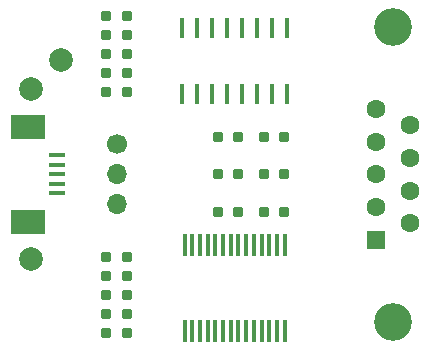
<source format=gts>
G04 #@! TF.GenerationSoftware,KiCad,Pcbnew,7.0.1*
G04 #@! TF.CreationDate,2023-03-20T20:32:02+09:00*
G04 #@! TF.ProjectId,usbRS232C,75736252-5332-4333-9243-2e6b69636164,V1.0*
G04 #@! TF.SameCoordinates,Original*
G04 #@! TF.FileFunction,Soldermask,Top*
G04 #@! TF.FilePolarity,Negative*
%FSLAX46Y46*%
G04 Gerber Fmt 4.6, Leading zero omitted, Abs format (unit mm)*
G04 Created by KiCad (PCBNEW 7.0.1) date 2023-03-20 20:32:02*
%MOMM*%
%LPD*%
G01*
G04 APERTURE LIST*
G04 Aperture macros list*
%AMRoundRect*
0 Rectangle with rounded corners*
0 $1 Rounding radius*
0 $2 $3 $4 $5 $6 $7 $8 $9 X,Y pos of 4 corners*
0 Add a 4 corners polygon primitive as box body*
4,1,4,$2,$3,$4,$5,$6,$7,$8,$9,$2,$3,0*
0 Add four circle primitives for the rounded corners*
1,1,$1+$1,$2,$3*
1,1,$1+$1,$4,$5*
1,1,$1+$1,$6,$7*
1,1,$1+$1,$8,$9*
0 Add four rect primitives between the rounded corners*
20,1,$1+$1,$2,$3,$4,$5,0*
20,1,$1+$1,$4,$5,$6,$7,0*
20,1,$1+$1,$6,$7,$8,$9,0*
20,1,$1+$1,$8,$9,$2,$3,0*%
G04 Aperture macros list end*
%ADD10C,1.700000*%
%ADD11O,1.700000X1.700000*%
%ADD12C,2.000000*%
%ADD13RoundRect,0.200000X0.250000X0.200000X-0.250000X0.200000X-0.250000X-0.200000X0.250000X-0.200000X0*%
%ADD14R,0.300000X1.900000*%
%ADD15R,1.400000X0.400000*%
%ADD16R,3.000000X2.000000*%
%ADD17C,3.200000*%
%ADD18R,1.600000X1.600000*%
%ADD19C,1.600000*%
%ADD20R,0.450000X1.700000*%
G04 APERTURE END LIST*
D10*
X-10000000Y2540000D03*
D11*
X-10000000Y0D03*
X-10000000Y-2540000D03*
D12*
X-17200000Y-7200000D03*
D13*
X-9150000Y8600000D03*
X-10850000Y8600000D03*
D14*
X4225000Y-6000000D03*
X3575000Y-6000000D03*
X2925000Y-6000000D03*
X2275000Y-6000000D03*
X1625000Y-6000000D03*
X975000Y-6000000D03*
X325000Y-6000000D03*
X-325000Y-6000000D03*
X-975000Y-6000000D03*
X-1625000Y-6000000D03*
X-2275000Y-6000000D03*
X-2925000Y-6000000D03*
X-3575000Y-6000000D03*
X-4225000Y-6000000D03*
X-4225000Y-13300000D03*
X-3575000Y-13300000D03*
X-2925000Y-13300000D03*
X-2275000Y-13300000D03*
X-1625000Y-13300000D03*
X-975000Y-13300000D03*
X-325000Y-13300000D03*
X325000Y-13300000D03*
X975000Y-13300000D03*
X1625000Y-13300000D03*
X2275000Y-13300000D03*
X2925000Y-13300000D03*
X3575000Y-13300000D03*
X4225000Y-13300000D03*
D13*
X-9150000Y11800000D03*
X-10850000Y11800000D03*
X4150000Y3200000D03*
X2450000Y3200000D03*
D15*
X-15000000Y1600000D03*
X-15000000Y800000D03*
X-15000000Y0D03*
X-15000000Y-800000D03*
X-15000000Y-1600000D03*
D16*
X-17500000Y4000000D03*
X-17500000Y-4000000D03*
D13*
X300000Y0D03*
X-1400000Y0D03*
X-9150000Y-10200000D03*
X-10850000Y-10200000D03*
D17*
X13420000Y-12500000D03*
X13420000Y12500000D03*
D18*
X12000000Y-5540000D03*
D19*
X12000000Y-2770000D03*
X12000000Y0D03*
X12000000Y2770000D03*
X12000000Y5540000D03*
X14840000Y-4155000D03*
X14840000Y-1385000D03*
X14840000Y1385000D03*
X14840000Y4155000D03*
D13*
X-9150000Y-13400000D03*
X-10850000Y-13400000D03*
X-9150000Y-8600000D03*
X-10850000Y-8600000D03*
X300000Y-3200000D03*
X-1400000Y-3200000D03*
D12*
X-17200000Y7200000D03*
D13*
X4150000Y0D03*
X2450000Y0D03*
X-9150000Y10200000D03*
X-10850000Y10200000D03*
X-9150000Y-7000000D03*
X-10850000Y-7000000D03*
D12*
X-14700000Y9700000D03*
D13*
X-9150000Y13400000D03*
X-10850000Y13400000D03*
D20*
X4445000Y12425000D03*
X3175000Y12425000D03*
X1905000Y12425000D03*
X635000Y12425000D03*
X-635000Y12425000D03*
X-1905000Y12425000D03*
X-3175000Y12425000D03*
X-4445000Y12425000D03*
X-4420000Y6825000D03*
X-3150000Y6825000D03*
X-1880000Y6825000D03*
X-610000Y6825000D03*
X660000Y6825000D03*
X1930000Y6825000D03*
X3200000Y6825000D03*
X4470000Y6825000D03*
D13*
X300000Y3200000D03*
X-1400000Y3200000D03*
X4150000Y-3200000D03*
X2450000Y-3200000D03*
X-9150000Y-11800000D03*
X-10850000Y-11800000D03*
X-9150000Y7000000D03*
X-10850000Y7000000D03*
M02*

</source>
